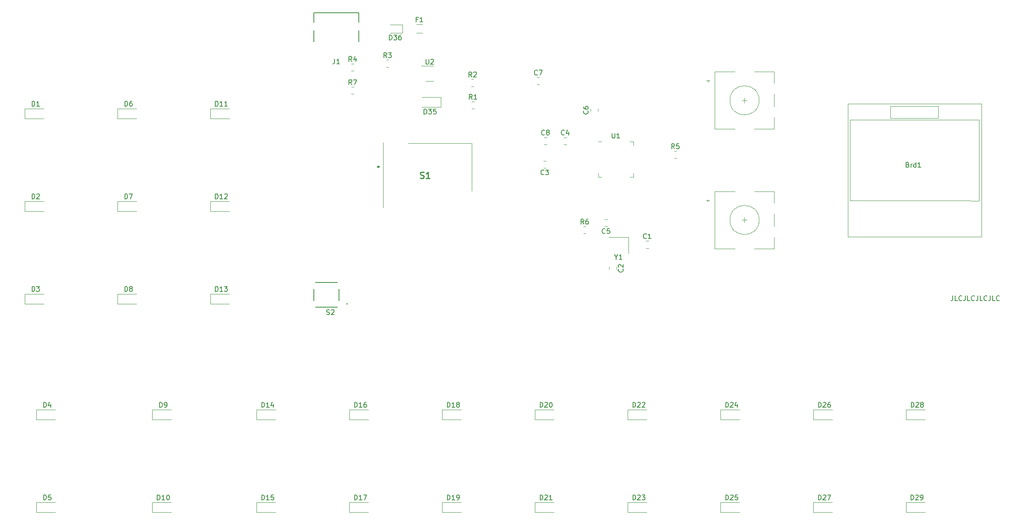
<source format=gbr>
%TF.GenerationSoftware,KiCad,Pcbnew,(6.0.5)*%
%TF.CreationDate,2022-05-16T23:41:31-07:00*%
%TF.ProjectId,3HMouse,33484d6f-7573-4652-9e6b-696361645f70,rev?*%
%TF.SameCoordinates,Original*%
%TF.FileFunction,Legend,Top*%
%TF.FilePolarity,Positive*%
%FSLAX46Y46*%
G04 Gerber Fmt 4.6, Leading zero omitted, Abs format (unit mm)*
G04 Created by KiCad (PCBNEW (6.0.5)) date 2022-05-16 23:41:31*
%MOMM*%
%LPD*%
G01*
G04 APERTURE LIST*
%ADD10C,0.150000*%
%ADD11C,0.254000*%
%ADD12C,0.127000*%
%ADD13C,0.200000*%
%ADD14C,0.120000*%
%ADD15C,0.300000*%
%ADD16C,0.100000*%
G04 APERTURE END LIST*
D10*
X223218952Y-87463380D02*
X223218952Y-88177666D01*
X223171333Y-88320523D01*
X223076095Y-88415761D01*
X222933238Y-88463380D01*
X222838000Y-88463380D01*
X224171333Y-88463380D02*
X223695142Y-88463380D01*
X223695142Y-87463380D01*
X225076095Y-88368142D02*
X225028476Y-88415761D01*
X224885619Y-88463380D01*
X224790380Y-88463380D01*
X224647523Y-88415761D01*
X224552285Y-88320523D01*
X224504666Y-88225285D01*
X224457047Y-88034809D01*
X224457047Y-87891952D01*
X224504666Y-87701476D01*
X224552285Y-87606238D01*
X224647523Y-87511000D01*
X224790380Y-87463380D01*
X224885619Y-87463380D01*
X225028476Y-87511000D01*
X225076095Y-87558619D01*
X225790380Y-87463380D02*
X225790380Y-88177666D01*
X225742761Y-88320523D01*
X225647523Y-88415761D01*
X225504666Y-88463380D01*
X225409428Y-88463380D01*
X226742761Y-88463380D02*
X226266571Y-88463380D01*
X226266571Y-87463380D01*
X227647523Y-88368142D02*
X227599904Y-88415761D01*
X227457047Y-88463380D01*
X227361809Y-88463380D01*
X227218952Y-88415761D01*
X227123714Y-88320523D01*
X227076095Y-88225285D01*
X227028476Y-88034809D01*
X227028476Y-87891952D01*
X227076095Y-87701476D01*
X227123714Y-87606238D01*
X227218952Y-87511000D01*
X227361809Y-87463380D01*
X227457047Y-87463380D01*
X227599904Y-87511000D01*
X227647523Y-87558619D01*
X228361809Y-87463380D02*
X228361809Y-88177666D01*
X228314190Y-88320523D01*
X228218952Y-88415761D01*
X228076095Y-88463380D01*
X227980857Y-88463380D01*
X229314190Y-88463380D02*
X228838000Y-88463380D01*
X228838000Y-87463380D01*
X230218952Y-88368142D02*
X230171333Y-88415761D01*
X230028476Y-88463380D01*
X229933238Y-88463380D01*
X229790380Y-88415761D01*
X229695142Y-88320523D01*
X229647523Y-88225285D01*
X229599904Y-88034809D01*
X229599904Y-87891952D01*
X229647523Y-87701476D01*
X229695142Y-87606238D01*
X229790380Y-87511000D01*
X229933238Y-87463380D01*
X230028476Y-87463380D01*
X230171333Y-87511000D01*
X230218952Y-87558619D01*
X230933238Y-87463380D02*
X230933238Y-88177666D01*
X230885619Y-88320523D01*
X230790380Y-88415761D01*
X230647523Y-88463380D01*
X230552285Y-88463380D01*
X231885619Y-88463380D02*
X231409428Y-88463380D01*
X231409428Y-87463380D01*
X232790380Y-88368142D02*
X232742761Y-88415761D01*
X232599904Y-88463380D01*
X232504666Y-88463380D01*
X232361809Y-88415761D01*
X232266571Y-88320523D01*
X232218952Y-88225285D01*
X232171333Y-88034809D01*
X232171333Y-87891952D01*
X232218952Y-87701476D01*
X232266571Y-87606238D01*
X232361809Y-87511000D01*
X232504666Y-87463380D01*
X232599904Y-87463380D01*
X232742761Y-87511000D01*
X232790380Y-87558619D01*
%TO.C,J1*%
X96313666Y-38732380D02*
X96313666Y-39446666D01*
X96266047Y-39589523D01*
X96170809Y-39684761D01*
X96027952Y-39732380D01*
X95932714Y-39732380D01*
X97313666Y-39732380D02*
X96742238Y-39732380D01*
X97027952Y-39732380D02*
X97027952Y-38732380D01*
X96932714Y-38875238D01*
X96837476Y-38970476D01*
X96742238Y-39018095D01*
%TO.C,S2*%
X94678095Y-91288761D02*
X94820952Y-91336380D01*
X95059047Y-91336380D01*
X95154285Y-91288761D01*
X95201904Y-91241142D01*
X95249523Y-91145904D01*
X95249523Y-91050666D01*
X95201904Y-90955428D01*
X95154285Y-90907809D01*
X95059047Y-90860190D01*
X94868571Y-90812571D01*
X94773333Y-90764952D01*
X94725714Y-90717333D01*
X94678095Y-90622095D01*
X94678095Y-90526857D01*
X94725714Y-90431619D01*
X94773333Y-90384000D01*
X94868571Y-90336380D01*
X95106666Y-90336380D01*
X95249523Y-90384000D01*
X95630476Y-90431619D02*
X95678095Y-90384000D01*
X95773333Y-90336380D01*
X96011428Y-90336380D01*
X96106666Y-90384000D01*
X96154285Y-90431619D01*
X96201904Y-90526857D01*
X96201904Y-90622095D01*
X96154285Y-90764952D01*
X95582857Y-91336380D01*
X96201904Y-91336380D01*
%TO.C,Y1*%
X154125809Y-79476190D02*
X154125809Y-79952380D01*
X153792476Y-78952380D02*
X154125809Y-79476190D01*
X154459142Y-78952380D01*
X155316285Y-79952380D02*
X154744857Y-79952380D01*
X155030571Y-79952380D02*
X155030571Y-78952380D01*
X154935333Y-79095238D01*
X154840095Y-79190476D01*
X154744857Y-79238095D01*
%TO.C,U1*%
X153274095Y-54053380D02*
X153274095Y-54862904D01*
X153321714Y-54958142D01*
X153369333Y-55005761D01*
X153464571Y-55053380D01*
X153655047Y-55053380D01*
X153750285Y-55005761D01*
X153797904Y-54958142D01*
X153845523Y-54862904D01*
X153845523Y-54053380D01*
X154845523Y-55053380D02*
X154274095Y-55053380D01*
X154559809Y-55053380D02*
X154559809Y-54053380D01*
X154464571Y-54196238D01*
X154369333Y-54291476D01*
X154274095Y-54339095D01*
%TO.C,C8*%
X139406333Y-54303142D02*
X139358714Y-54350761D01*
X139215857Y-54398380D01*
X139120619Y-54398380D01*
X138977761Y-54350761D01*
X138882523Y-54255523D01*
X138834904Y-54160285D01*
X138787285Y-53969809D01*
X138787285Y-53826952D01*
X138834904Y-53636476D01*
X138882523Y-53541238D01*
X138977761Y-53446000D01*
X139120619Y-53398380D01*
X139215857Y-53398380D01*
X139358714Y-53446000D01*
X139406333Y-53493619D01*
X139977761Y-53826952D02*
X139882523Y-53779333D01*
X139834904Y-53731714D01*
X139787285Y-53636476D01*
X139787285Y-53588857D01*
X139834904Y-53493619D01*
X139882523Y-53446000D01*
X139977761Y-53398380D01*
X140168238Y-53398380D01*
X140263476Y-53446000D01*
X140311095Y-53493619D01*
X140358714Y-53588857D01*
X140358714Y-53636476D01*
X140311095Y-53731714D01*
X140263476Y-53779333D01*
X140168238Y-53826952D01*
X139977761Y-53826952D01*
X139882523Y-53874571D01*
X139834904Y-53922190D01*
X139787285Y-54017428D01*
X139787285Y-54207904D01*
X139834904Y-54303142D01*
X139882523Y-54350761D01*
X139977761Y-54398380D01*
X140168238Y-54398380D01*
X140263476Y-54350761D01*
X140311095Y-54303142D01*
X140358714Y-54207904D01*
X140358714Y-54017428D01*
X140311095Y-53922190D01*
X140263476Y-53874571D01*
X140168238Y-53826952D01*
%TO.C,C6*%
X148283142Y-49442666D02*
X148330761Y-49490285D01*
X148378380Y-49633142D01*
X148378380Y-49728380D01*
X148330761Y-49871238D01*
X148235523Y-49966476D01*
X148140285Y-50014095D01*
X147949809Y-50061714D01*
X147806952Y-50061714D01*
X147616476Y-50014095D01*
X147521238Y-49966476D01*
X147426000Y-49871238D01*
X147378380Y-49728380D01*
X147378380Y-49633142D01*
X147426000Y-49490285D01*
X147473619Y-49442666D01*
X147378380Y-48585523D02*
X147378380Y-48776000D01*
X147426000Y-48871238D01*
X147473619Y-48918857D01*
X147616476Y-49014095D01*
X147806952Y-49061714D01*
X148187904Y-49061714D01*
X148283142Y-49014095D01*
X148330761Y-48966476D01*
X148378380Y-48871238D01*
X148378380Y-48680761D01*
X148330761Y-48585523D01*
X148283142Y-48537904D01*
X148187904Y-48490285D01*
X147949809Y-48490285D01*
X147854571Y-48537904D01*
X147806952Y-48585523D01*
X147759333Y-48680761D01*
X147759333Y-48871238D01*
X147806952Y-48966476D01*
X147854571Y-49014095D01*
X147949809Y-49061714D01*
%TO.C,D16*%
X100385714Y-110371130D02*
X100385714Y-109371130D01*
X100623809Y-109371130D01*
X100766666Y-109418750D01*
X100861904Y-109513988D01*
X100909523Y-109609226D01*
X100957142Y-109799702D01*
X100957142Y-109942559D01*
X100909523Y-110133035D01*
X100861904Y-110228273D01*
X100766666Y-110323511D01*
X100623809Y-110371130D01*
X100385714Y-110371130D01*
X101909523Y-110371130D02*
X101338095Y-110371130D01*
X101623809Y-110371130D02*
X101623809Y-109371130D01*
X101528571Y-109513988D01*
X101433333Y-109609226D01*
X101338095Y-109656845D01*
X102766666Y-109371130D02*
X102576190Y-109371130D01*
X102480952Y-109418750D01*
X102433333Y-109466369D01*
X102338095Y-109609226D01*
X102290476Y-109799702D01*
X102290476Y-110180654D01*
X102338095Y-110275892D01*
X102385714Y-110323511D01*
X102480952Y-110371130D01*
X102671428Y-110371130D01*
X102766666Y-110323511D01*
X102814285Y-110275892D01*
X102861904Y-110180654D01*
X102861904Y-109942559D01*
X102814285Y-109847321D01*
X102766666Y-109799702D01*
X102671428Y-109752083D01*
X102480952Y-109752083D01*
X102385714Y-109799702D01*
X102338095Y-109847321D01*
X102290476Y-109942559D01*
%TO.C,C4*%
X143470333Y-54303142D02*
X143422714Y-54350761D01*
X143279857Y-54398380D01*
X143184619Y-54398380D01*
X143041761Y-54350761D01*
X142946523Y-54255523D01*
X142898904Y-54160285D01*
X142851285Y-53969809D01*
X142851285Y-53826952D01*
X142898904Y-53636476D01*
X142946523Y-53541238D01*
X143041761Y-53446000D01*
X143184619Y-53398380D01*
X143279857Y-53398380D01*
X143422714Y-53446000D01*
X143470333Y-53493619D01*
X144327476Y-53731714D02*
X144327476Y-54398380D01*
X144089380Y-53350761D02*
X143851285Y-54065047D01*
X144470333Y-54065047D01*
%TO.C,D21*%
X138485714Y-129421130D02*
X138485714Y-128421130D01*
X138723809Y-128421130D01*
X138866666Y-128468750D01*
X138961904Y-128563988D01*
X139009523Y-128659226D01*
X139057142Y-128849702D01*
X139057142Y-128992559D01*
X139009523Y-129183035D01*
X138961904Y-129278273D01*
X138866666Y-129373511D01*
X138723809Y-129421130D01*
X138485714Y-129421130D01*
X139438095Y-128516369D02*
X139485714Y-128468750D01*
X139580952Y-128421130D01*
X139819047Y-128421130D01*
X139914285Y-128468750D01*
X139961904Y-128516369D01*
X140009523Y-128611607D01*
X140009523Y-128706845D01*
X139961904Y-128849702D01*
X139390476Y-129421130D01*
X140009523Y-129421130D01*
X140961904Y-129421130D02*
X140390476Y-129421130D01*
X140676190Y-129421130D02*
X140676190Y-128421130D01*
X140580952Y-128563988D01*
X140485714Y-128659226D01*
X140390476Y-128706845D01*
%TO.C,D6*%
X53236904Y-48458630D02*
X53236904Y-47458630D01*
X53475000Y-47458630D01*
X53617857Y-47506250D01*
X53713095Y-47601488D01*
X53760714Y-47696726D01*
X53808333Y-47887202D01*
X53808333Y-48030059D01*
X53760714Y-48220535D01*
X53713095Y-48315773D01*
X53617857Y-48411011D01*
X53475000Y-48458630D01*
X53236904Y-48458630D01*
X54665476Y-47458630D02*
X54475000Y-47458630D01*
X54379761Y-47506250D01*
X54332142Y-47553869D01*
X54236904Y-47696726D01*
X54189285Y-47887202D01*
X54189285Y-48268154D01*
X54236904Y-48363392D01*
X54284523Y-48411011D01*
X54379761Y-48458630D01*
X54570238Y-48458630D01*
X54665476Y-48411011D01*
X54713095Y-48363392D01*
X54760714Y-48268154D01*
X54760714Y-48030059D01*
X54713095Y-47934821D01*
X54665476Y-47887202D01*
X54570238Y-47839583D01*
X54379761Y-47839583D01*
X54284523Y-47887202D01*
X54236904Y-47934821D01*
X54189285Y-48030059D01*
%TO.C,D19*%
X119435714Y-129421130D02*
X119435714Y-128421130D01*
X119673809Y-128421130D01*
X119816666Y-128468750D01*
X119911904Y-128563988D01*
X119959523Y-128659226D01*
X120007142Y-128849702D01*
X120007142Y-128992559D01*
X119959523Y-129183035D01*
X119911904Y-129278273D01*
X119816666Y-129373511D01*
X119673809Y-129421130D01*
X119435714Y-129421130D01*
X120959523Y-129421130D02*
X120388095Y-129421130D01*
X120673809Y-129421130D02*
X120673809Y-128421130D01*
X120578571Y-128563988D01*
X120483333Y-128659226D01*
X120388095Y-128706845D01*
X121435714Y-129421130D02*
X121626190Y-129421130D01*
X121721428Y-129373511D01*
X121769047Y-129325892D01*
X121864285Y-129183035D01*
X121911904Y-128992559D01*
X121911904Y-128611607D01*
X121864285Y-128516369D01*
X121816666Y-128468750D01*
X121721428Y-128421130D01*
X121530952Y-128421130D01*
X121435714Y-128468750D01*
X121388095Y-128516369D01*
X121340476Y-128611607D01*
X121340476Y-128849702D01*
X121388095Y-128944940D01*
X121435714Y-128992559D01*
X121530952Y-129040178D01*
X121721428Y-129040178D01*
X121816666Y-128992559D01*
X121864285Y-128944940D01*
X121911904Y-128849702D01*
%TO.C,C5*%
X151852333Y-74554142D02*
X151804714Y-74601761D01*
X151661857Y-74649380D01*
X151566619Y-74649380D01*
X151423761Y-74601761D01*
X151328523Y-74506523D01*
X151280904Y-74411285D01*
X151233285Y-74220809D01*
X151233285Y-74077952D01*
X151280904Y-73887476D01*
X151328523Y-73792238D01*
X151423761Y-73697000D01*
X151566619Y-73649380D01*
X151661857Y-73649380D01*
X151804714Y-73697000D01*
X151852333Y-73744619D01*
X152757095Y-73649380D02*
X152280904Y-73649380D01*
X152233285Y-74125571D01*
X152280904Y-74077952D01*
X152376142Y-74030333D01*
X152614238Y-74030333D01*
X152709476Y-74077952D01*
X152757095Y-74125571D01*
X152804714Y-74220809D01*
X152804714Y-74458904D01*
X152757095Y-74554142D01*
X152709476Y-74601761D01*
X152614238Y-74649380D01*
X152376142Y-74649380D01*
X152280904Y-74601761D01*
X152233285Y-74554142D01*
%TO.C,D5*%
X36568154Y-129421130D02*
X36568154Y-128421130D01*
X36806250Y-128421130D01*
X36949107Y-128468750D01*
X37044345Y-128563988D01*
X37091964Y-128659226D01*
X37139583Y-128849702D01*
X37139583Y-128992559D01*
X37091964Y-129183035D01*
X37044345Y-129278273D01*
X36949107Y-129373511D01*
X36806250Y-129421130D01*
X36568154Y-129421130D01*
X38044345Y-128421130D02*
X37568154Y-128421130D01*
X37520535Y-128897321D01*
X37568154Y-128849702D01*
X37663392Y-128802083D01*
X37901488Y-128802083D01*
X37996726Y-128849702D01*
X38044345Y-128897321D01*
X38091964Y-128992559D01*
X38091964Y-129230654D01*
X38044345Y-129325892D01*
X37996726Y-129373511D01*
X37901488Y-129421130D01*
X37663392Y-129421130D01*
X37568154Y-129373511D01*
X37520535Y-129325892D01*
%TO.C,C3*%
X139279333Y-62489142D02*
X139231714Y-62536761D01*
X139088857Y-62584380D01*
X138993619Y-62584380D01*
X138850761Y-62536761D01*
X138755523Y-62441523D01*
X138707904Y-62346285D01*
X138660285Y-62155809D01*
X138660285Y-62012952D01*
X138707904Y-61822476D01*
X138755523Y-61727238D01*
X138850761Y-61632000D01*
X138993619Y-61584380D01*
X139088857Y-61584380D01*
X139231714Y-61632000D01*
X139279333Y-61679619D01*
X139612666Y-61584380D02*
X140231714Y-61584380D01*
X139898380Y-61965333D01*
X140041238Y-61965333D01*
X140136476Y-62012952D01*
X140184095Y-62060571D01*
X140231714Y-62155809D01*
X140231714Y-62393904D01*
X140184095Y-62489142D01*
X140136476Y-62536761D01*
X140041238Y-62584380D01*
X139755523Y-62584380D01*
X139660285Y-62536761D01*
X139612666Y-62489142D01*
%TO.C,D10*%
X59904464Y-129421130D02*
X59904464Y-128421130D01*
X60142559Y-128421130D01*
X60285416Y-128468750D01*
X60380654Y-128563988D01*
X60428273Y-128659226D01*
X60475892Y-128849702D01*
X60475892Y-128992559D01*
X60428273Y-129183035D01*
X60380654Y-129278273D01*
X60285416Y-129373511D01*
X60142559Y-129421130D01*
X59904464Y-129421130D01*
X61428273Y-129421130D02*
X60856845Y-129421130D01*
X61142559Y-129421130D02*
X61142559Y-128421130D01*
X61047321Y-128563988D01*
X60952083Y-128659226D01*
X60856845Y-128706845D01*
X62047321Y-128421130D02*
X62142559Y-128421130D01*
X62237797Y-128468750D01*
X62285416Y-128516369D01*
X62333035Y-128611607D01*
X62380654Y-128802083D01*
X62380654Y-129040178D01*
X62333035Y-129230654D01*
X62285416Y-129325892D01*
X62237797Y-129373511D01*
X62142559Y-129421130D01*
X62047321Y-129421130D01*
X61952083Y-129373511D01*
X61904464Y-129325892D01*
X61856845Y-129230654D01*
X61809226Y-129040178D01*
X61809226Y-128802083D01*
X61856845Y-128611607D01*
X61904464Y-128516369D01*
X61952083Y-128468750D01*
X62047321Y-128421130D01*
%TO.C,D22*%
X157535714Y-110371130D02*
X157535714Y-109371130D01*
X157773809Y-109371130D01*
X157916666Y-109418750D01*
X158011904Y-109513988D01*
X158059523Y-109609226D01*
X158107142Y-109799702D01*
X158107142Y-109942559D01*
X158059523Y-110133035D01*
X158011904Y-110228273D01*
X157916666Y-110323511D01*
X157773809Y-110371130D01*
X157535714Y-110371130D01*
X158488095Y-109466369D02*
X158535714Y-109418750D01*
X158630952Y-109371130D01*
X158869047Y-109371130D01*
X158964285Y-109418750D01*
X159011904Y-109466369D01*
X159059523Y-109561607D01*
X159059523Y-109656845D01*
X159011904Y-109799702D01*
X158440476Y-110371130D01*
X159059523Y-110371130D01*
X159440476Y-109466369D02*
X159488095Y-109418750D01*
X159583333Y-109371130D01*
X159821428Y-109371130D01*
X159916666Y-109418750D01*
X159964285Y-109466369D01*
X160011904Y-109561607D01*
X160011904Y-109656845D01*
X159964285Y-109799702D01*
X159392857Y-110371130D01*
X160011904Y-110371130D01*
%TO.C,R2*%
X124452083Y-42458630D02*
X124118750Y-41982440D01*
X123880654Y-42458630D02*
X123880654Y-41458630D01*
X124261607Y-41458630D01*
X124356845Y-41506250D01*
X124404464Y-41553869D01*
X124452083Y-41649107D01*
X124452083Y-41791964D01*
X124404464Y-41887202D01*
X124356845Y-41934821D01*
X124261607Y-41982440D01*
X123880654Y-41982440D01*
X124833035Y-41553869D02*
X124880654Y-41506250D01*
X124975892Y-41458630D01*
X125213988Y-41458630D01*
X125309226Y-41506250D01*
X125356845Y-41553869D01*
X125404464Y-41649107D01*
X125404464Y-41744345D01*
X125356845Y-41887202D01*
X124785416Y-42458630D01*
X125404464Y-42458630D01*
%TO.C,R4*%
X99845833Y-39283630D02*
X99512500Y-38807440D01*
X99274404Y-39283630D02*
X99274404Y-38283630D01*
X99655357Y-38283630D01*
X99750595Y-38331250D01*
X99798214Y-38378869D01*
X99845833Y-38474107D01*
X99845833Y-38616964D01*
X99798214Y-38712202D01*
X99750595Y-38759821D01*
X99655357Y-38807440D01*
X99274404Y-38807440D01*
X100702976Y-38616964D02*
X100702976Y-39283630D01*
X100464880Y-38236011D02*
X100226785Y-38950297D01*
X100845833Y-38950297D01*
%TO.C,D11*%
X71810714Y-48458630D02*
X71810714Y-47458630D01*
X72048809Y-47458630D01*
X72191666Y-47506250D01*
X72286904Y-47601488D01*
X72334523Y-47696726D01*
X72382142Y-47887202D01*
X72382142Y-48030059D01*
X72334523Y-48220535D01*
X72286904Y-48315773D01*
X72191666Y-48411011D01*
X72048809Y-48458630D01*
X71810714Y-48458630D01*
X73334523Y-48458630D02*
X72763095Y-48458630D01*
X73048809Y-48458630D02*
X73048809Y-47458630D01*
X72953571Y-47601488D01*
X72858333Y-47696726D01*
X72763095Y-47744345D01*
X74286904Y-48458630D02*
X73715476Y-48458630D01*
X74001190Y-48458630D02*
X74001190Y-47458630D01*
X73905952Y-47601488D01*
X73810714Y-47696726D01*
X73715476Y-47744345D01*
%TO.C,F1*%
X113360416Y-30652321D02*
X113027083Y-30652321D01*
X113027083Y-31176130D02*
X113027083Y-30176130D01*
X113503273Y-30176130D01*
X114408035Y-31176130D02*
X113836607Y-31176130D01*
X114122321Y-31176130D02*
X114122321Y-30176130D01*
X114027083Y-30318988D01*
X113931845Y-30414226D01*
X113836607Y-30461845D01*
%TO.C,R1*%
X124547333Y-47062380D02*
X124214000Y-46586190D01*
X123975904Y-47062380D02*
X123975904Y-46062380D01*
X124356857Y-46062380D01*
X124452095Y-46110000D01*
X124499714Y-46157619D01*
X124547333Y-46252857D01*
X124547333Y-46395714D01*
X124499714Y-46490952D01*
X124452095Y-46538571D01*
X124356857Y-46586190D01*
X123975904Y-46586190D01*
X125499714Y-47062380D02*
X124928285Y-47062380D01*
X125214000Y-47062380D02*
X125214000Y-46062380D01*
X125118761Y-46205238D01*
X125023523Y-46300476D01*
X124928285Y-46348095D01*
%TO.C,D8*%
X53236904Y-86558630D02*
X53236904Y-85558630D01*
X53475000Y-85558630D01*
X53617857Y-85606250D01*
X53713095Y-85701488D01*
X53760714Y-85796726D01*
X53808333Y-85987202D01*
X53808333Y-86130059D01*
X53760714Y-86320535D01*
X53713095Y-86415773D01*
X53617857Y-86511011D01*
X53475000Y-86558630D01*
X53236904Y-86558630D01*
X54379761Y-85987202D02*
X54284523Y-85939583D01*
X54236904Y-85891964D01*
X54189285Y-85796726D01*
X54189285Y-85749107D01*
X54236904Y-85653869D01*
X54284523Y-85606250D01*
X54379761Y-85558630D01*
X54570238Y-85558630D01*
X54665476Y-85606250D01*
X54713095Y-85653869D01*
X54760714Y-85749107D01*
X54760714Y-85796726D01*
X54713095Y-85891964D01*
X54665476Y-85939583D01*
X54570238Y-85987202D01*
X54379761Y-85987202D01*
X54284523Y-86034821D01*
X54236904Y-86082440D01*
X54189285Y-86177678D01*
X54189285Y-86368154D01*
X54236904Y-86463392D01*
X54284523Y-86511011D01*
X54379761Y-86558630D01*
X54570238Y-86558630D01*
X54665476Y-86511011D01*
X54713095Y-86463392D01*
X54760714Y-86368154D01*
X54760714Y-86177678D01*
X54713095Y-86082440D01*
X54665476Y-86034821D01*
X54570238Y-85987202D01*
%TO.C,R7*%
X99845833Y-44046130D02*
X99512500Y-43569940D01*
X99274404Y-44046130D02*
X99274404Y-43046130D01*
X99655357Y-43046130D01*
X99750595Y-43093750D01*
X99798214Y-43141369D01*
X99845833Y-43236607D01*
X99845833Y-43379464D01*
X99798214Y-43474702D01*
X99750595Y-43522321D01*
X99655357Y-43569940D01*
X99274404Y-43569940D01*
X100179166Y-43046130D02*
X100845833Y-43046130D01*
X100417261Y-44046130D01*
%TO.C,D20*%
X138485714Y-110371130D02*
X138485714Y-109371130D01*
X138723809Y-109371130D01*
X138866666Y-109418750D01*
X138961904Y-109513988D01*
X139009523Y-109609226D01*
X139057142Y-109799702D01*
X139057142Y-109942559D01*
X139009523Y-110133035D01*
X138961904Y-110228273D01*
X138866666Y-110323511D01*
X138723809Y-110371130D01*
X138485714Y-110371130D01*
X139438095Y-109466369D02*
X139485714Y-109418750D01*
X139580952Y-109371130D01*
X139819047Y-109371130D01*
X139914285Y-109418750D01*
X139961904Y-109466369D01*
X140009523Y-109561607D01*
X140009523Y-109656845D01*
X139961904Y-109799702D01*
X139390476Y-110371130D01*
X140009523Y-110371130D01*
X140628571Y-109371130D02*
X140723809Y-109371130D01*
X140819047Y-109418750D01*
X140866666Y-109466369D01*
X140914285Y-109561607D01*
X140961904Y-109752083D01*
X140961904Y-109990178D01*
X140914285Y-110180654D01*
X140866666Y-110275892D01*
X140819047Y-110323511D01*
X140723809Y-110371130D01*
X140628571Y-110371130D01*
X140533333Y-110323511D01*
X140485714Y-110275892D01*
X140438095Y-110180654D01*
X140390476Y-109990178D01*
X140390476Y-109752083D01*
X140438095Y-109561607D01*
X140485714Y-109466369D01*
X140533333Y-109418750D01*
X140628571Y-109371130D01*
%TO.C,D18*%
X119435714Y-110371130D02*
X119435714Y-109371130D01*
X119673809Y-109371130D01*
X119816666Y-109418750D01*
X119911904Y-109513988D01*
X119959523Y-109609226D01*
X120007142Y-109799702D01*
X120007142Y-109942559D01*
X119959523Y-110133035D01*
X119911904Y-110228273D01*
X119816666Y-110323511D01*
X119673809Y-110371130D01*
X119435714Y-110371130D01*
X120959523Y-110371130D02*
X120388095Y-110371130D01*
X120673809Y-110371130D02*
X120673809Y-109371130D01*
X120578571Y-109513988D01*
X120483333Y-109609226D01*
X120388095Y-109656845D01*
X121530952Y-109799702D02*
X121435714Y-109752083D01*
X121388095Y-109704464D01*
X121340476Y-109609226D01*
X121340476Y-109561607D01*
X121388095Y-109466369D01*
X121435714Y-109418750D01*
X121530952Y-109371130D01*
X121721428Y-109371130D01*
X121816666Y-109418750D01*
X121864285Y-109466369D01*
X121911904Y-109561607D01*
X121911904Y-109609226D01*
X121864285Y-109704464D01*
X121816666Y-109752083D01*
X121721428Y-109799702D01*
X121530952Y-109799702D01*
X121435714Y-109847321D01*
X121388095Y-109894940D01*
X121340476Y-109990178D01*
X121340476Y-110180654D01*
X121388095Y-110275892D01*
X121435714Y-110323511D01*
X121530952Y-110371130D01*
X121721428Y-110371130D01*
X121816666Y-110323511D01*
X121864285Y-110275892D01*
X121911904Y-110180654D01*
X121911904Y-109990178D01*
X121864285Y-109894940D01*
X121816666Y-109847321D01*
X121721428Y-109799702D01*
%TO.C,D17*%
X100385714Y-129421130D02*
X100385714Y-128421130D01*
X100623809Y-128421130D01*
X100766666Y-128468750D01*
X100861904Y-128563988D01*
X100909523Y-128659226D01*
X100957142Y-128849702D01*
X100957142Y-128992559D01*
X100909523Y-129183035D01*
X100861904Y-129278273D01*
X100766666Y-129373511D01*
X100623809Y-129421130D01*
X100385714Y-129421130D01*
X101909523Y-129421130D02*
X101338095Y-129421130D01*
X101623809Y-129421130D02*
X101623809Y-128421130D01*
X101528571Y-128563988D01*
X101433333Y-128659226D01*
X101338095Y-128706845D01*
X102242857Y-128421130D02*
X102909523Y-128421130D01*
X102480952Y-129421130D01*
%TO.C,D28*%
X214685714Y-110371130D02*
X214685714Y-109371130D01*
X214923809Y-109371130D01*
X215066666Y-109418750D01*
X215161904Y-109513988D01*
X215209523Y-109609226D01*
X215257142Y-109799702D01*
X215257142Y-109942559D01*
X215209523Y-110133035D01*
X215161904Y-110228273D01*
X215066666Y-110323511D01*
X214923809Y-110371130D01*
X214685714Y-110371130D01*
X215638095Y-109466369D02*
X215685714Y-109418750D01*
X215780952Y-109371130D01*
X216019047Y-109371130D01*
X216114285Y-109418750D01*
X216161904Y-109466369D01*
X216209523Y-109561607D01*
X216209523Y-109656845D01*
X216161904Y-109799702D01*
X215590476Y-110371130D01*
X216209523Y-110371130D01*
X216780952Y-109799702D02*
X216685714Y-109752083D01*
X216638095Y-109704464D01*
X216590476Y-109609226D01*
X216590476Y-109561607D01*
X216638095Y-109466369D01*
X216685714Y-109418750D01*
X216780952Y-109371130D01*
X216971428Y-109371130D01*
X217066666Y-109418750D01*
X217114285Y-109466369D01*
X217161904Y-109561607D01*
X217161904Y-109609226D01*
X217114285Y-109704464D01*
X217066666Y-109752083D01*
X216971428Y-109799702D01*
X216780952Y-109799702D01*
X216685714Y-109847321D01*
X216638095Y-109894940D01*
X216590476Y-109990178D01*
X216590476Y-110180654D01*
X216638095Y-110275892D01*
X216685714Y-110323511D01*
X216780952Y-110371130D01*
X216971428Y-110371130D01*
X217066666Y-110323511D01*
X217114285Y-110275892D01*
X217161904Y-110180654D01*
X217161904Y-109990178D01*
X217114285Y-109894940D01*
X217066666Y-109847321D01*
X216971428Y-109799702D01*
%TO.C,D25*%
X176585714Y-129421130D02*
X176585714Y-128421130D01*
X176823809Y-128421130D01*
X176966666Y-128468750D01*
X177061904Y-128563988D01*
X177109523Y-128659226D01*
X177157142Y-128849702D01*
X177157142Y-128992559D01*
X177109523Y-129183035D01*
X177061904Y-129278273D01*
X176966666Y-129373511D01*
X176823809Y-129421130D01*
X176585714Y-129421130D01*
X177538095Y-128516369D02*
X177585714Y-128468750D01*
X177680952Y-128421130D01*
X177919047Y-128421130D01*
X178014285Y-128468750D01*
X178061904Y-128516369D01*
X178109523Y-128611607D01*
X178109523Y-128706845D01*
X178061904Y-128849702D01*
X177490476Y-129421130D01*
X178109523Y-129421130D01*
X179014285Y-128421130D02*
X178538095Y-128421130D01*
X178490476Y-128897321D01*
X178538095Y-128849702D01*
X178633333Y-128802083D01*
X178871428Y-128802083D01*
X178966666Y-128849702D01*
X179014285Y-128897321D01*
X179061904Y-128992559D01*
X179061904Y-129230654D01*
X179014285Y-129325892D01*
X178966666Y-129373511D01*
X178871428Y-129421130D01*
X178633333Y-129421130D01*
X178538095Y-129373511D01*
X178490476Y-129325892D01*
%TO.C,D9*%
X60380654Y-110371130D02*
X60380654Y-109371130D01*
X60618750Y-109371130D01*
X60761607Y-109418750D01*
X60856845Y-109513988D01*
X60904464Y-109609226D01*
X60952083Y-109799702D01*
X60952083Y-109942559D01*
X60904464Y-110133035D01*
X60856845Y-110228273D01*
X60761607Y-110323511D01*
X60618750Y-110371130D01*
X60380654Y-110371130D01*
X61428273Y-110371130D02*
X61618750Y-110371130D01*
X61713988Y-110323511D01*
X61761607Y-110275892D01*
X61856845Y-110133035D01*
X61904464Y-109942559D01*
X61904464Y-109561607D01*
X61856845Y-109466369D01*
X61809226Y-109418750D01*
X61713988Y-109371130D01*
X61523511Y-109371130D01*
X61428273Y-109418750D01*
X61380654Y-109466369D01*
X61333035Y-109561607D01*
X61333035Y-109799702D01*
X61380654Y-109894940D01*
X61428273Y-109942559D01*
X61523511Y-109990178D01*
X61713988Y-109990178D01*
X61809226Y-109942559D01*
X61856845Y-109894940D01*
X61904464Y-109799702D01*
%TO.C,D15*%
X81335714Y-129421130D02*
X81335714Y-128421130D01*
X81573809Y-128421130D01*
X81716666Y-128468750D01*
X81811904Y-128563988D01*
X81859523Y-128659226D01*
X81907142Y-128849702D01*
X81907142Y-128992559D01*
X81859523Y-129183035D01*
X81811904Y-129278273D01*
X81716666Y-129373511D01*
X81573809Y-129421130D01*
X81335714Y-129421130D01*
X82859523Y-129421130D02*
X82288095Y-129421130D01*
X82573809Y-129421130D02*
X82573809Y-128421130D01*
X82478571Y-128563988D01*
X82383333Y-128659226D01*
X82288095Y-128706845D01*
X83764285Y-128421130D02*
X83288095Y-128421130D01*
X83240476Y-128897321D01*
X83288095Y-128849702D01*
X83383333Y-128802083D01*
X83621428Y-128802083D01*
X83716666Y-128849702D01*
X83764285Y-128897321D01*
X83811904Y-128992559D01*
X83811904Y-129230654D01*
X83764285Y-129325892D01*
X83716666Y-129373511D01*
X83621428Y-129421130D01*
X83383333Y-129421130D01*
X83288095Y-129373511D01*
X83240476Y-129325892D01*
%TO.C,R6*%
X147470833Y-72716380D02*
X147137500Y-72240190D01*
X146899404Y-72716380D02*
X146899404Y-71716380D01*
X147280357Y-71716380D01*
X147375595Y-71764000D01*
X147423214Y-71811619D01*
X147470833Y-71906857D01*
X147470833Y-72049714D01*
X147423214Y-72144952D01*
X147375595Y-72192571D01*
X147280357Y-72240190D01*
X146899404Y-72240190D01*
X148327976Y-71716380D02*
X148137500Y-71716380D01*
X148042261Y-71764000D01*
X147994642Y-71811619D01*
X147899404Y-71954476D01*
X147851785Y-72144952D01*
X147851785Y-72525904D01*
X147899404Y-72621142D01*
X147947023Y-72668761D01*
X148042261Y-72716380D01*
X148232738Y-72716380D01*
X148327976Y-72668761D01*
X148375595Y-72621142D01*
X148423214Y-72525904D01*
X148423214Y-72287809D01*
X148375595Y-72192571D01*
X148327976Y-72144952D01*
X148232738Y-72097333D01*
X148042261Y-72097333D01*
X147947023Y-72144952D01*
X147899404Y-72192571D01*
X147851785Y-72287809D01*
%TO.C,C7*%
X137945833Y-41984142D02*
X137898214Y-42031761D01*
X137755357Y-42079380D01*
X137660119Y-42079380D01*
X137517261Y-42031761D01*
X137422023Y-41936523D01*
X137374404Y-41841285D01*
X137326785Y-41650809D01*
X137326785Y-41507952D01*
X137374404Y-41317476D01*
X137422023Y-41222238D01*
X137517261Y-41127000D01*
X137660119Y-41079380D01*
X137755357Y-41079380D01*
X137898214Y-41127000D01*
X137945833Y-41174619D01*
X138279166Y-41079380D02*
X138945833Y-41079380D01*
X138517261Y-42079380D01*
%TO.C,D35*%
X114673214Y-50077380D02*
X114673214Y-49077380D01*
X114911309Y-49077380D01*
X115054166Y-49125000D01*
X115149404Y-49220238D01*
X115197023Y-49315476D01*
X115244642Y-49505952D01*
X115244642Y-49648809D01*
X115197023Y-49839285D01*
X115149404Y-49934523D01*
X115054166Y-50029761D01*
X114911309Y-50077380D01*
X114673214Y-50077380D01*
X115577976Y-49077380D02*
X116197023Y-49077380D01*
X115863690Y-49458333D01*
X116006547Y-49458333D01*
X116101785Y-49505952D01*
X116149404Y-49553571D01*
X116197023Y-49648809D01*
X116197023Y-49886904D01*
X116149404Y-49982142D01*
X116101785Y-50029761D01*
X116006547Y-50077380D01*
X115720833Y-50077380D01*
X115625595Y-50029761D01*
X115577976Y-49982142D01*
X117101785Y-49077380D02*
X116625595Y-49077380D01*
X116577976Y-49553571D01*
X116625595Y-49505952D01*
X116720833Y-49458333D01*
X116958928Y-49458333D01*
X117054166Y-49505952D01*
X117101785Y-49553571D01*
X117149404Y-49648809D01*
X117149404Y-49886904D01*
X117101785Y-49982142D01*
X117054166Y-50029761D01*
X116958928Y-50077380D01*
X116720833Y-50077380D01*
X116625595Y-50029761D01*
X116577976Y-49982142D01*
%TO.C,D23*%
X157535714Y-129421130D02*
X157535714Y-128421130D01*
X157773809Y-128421130D01*
X157916666Y-128468750D01*
X158011904Y-128563988D01*
X158059523Y-128659226D01*
X158107142Y-128849702D01*
X158107142Y-128992559D01*
X158059523Y-129183035D01*
X158011904Y-129278273D01*
X157916666Y-129373511D01*
X157773809Y-129421130D01*
X157535714Y-129421130D01*
X158488095Y-128516369D02*
X158535714Y-128468750D01*
X158630952Y-128421130D01*
X158869047Y-128421130D01*
X158964285Y-128468750D01*
X159011904Y-128516369D01*
X159059523Y-128611607D01*
X159059523Y-128706845D01*
X159011904Y-128849702D01*
X158440476Y-129421130D01*
X159059523Y-129421130D01*
X159392857Y-128421130D02*
X160011904Y-128421130D01*
X159678571Y-128802083D01*
X159821428Y-128802083D01*
X159916666Y-128849702D01*
X159964285Y-128897321D01*
X160011904Y-128992559D01*
X160011904Y-129230654D01*
X159964285Y-129325892D01*
X159916666Y-129373511D01*
X159821428Y-129421130D01*
X159535714Y-129421130D01*
X159440476Y-129373511D01*
X159392857Y-129325892D01*
%TO.C,D14*%
X81335714Y-110371130D02*
X81335714Y-109371130D01*
X81573809Y-109371130D01*
X81716666Y-109418750D01*
X81811904Y-109513988D01*
X81859523Y-109609226D01*
X81907142Y-109799702D01*
X81907142Y-109942559D01*
X81859523Y-110133035D01*
X81811904Y-110228273D01*
X81716666Y-110323511D01*
X81573809Y-110371130D01*
X81335714Y-110371130D01*
X82859523Y-110371130D02*
X82288095Y-110371130D01*
X82573809Y-110371130D02*
X82573809Y-109371130D01*
X82478571Y-109513988D01*
X82383333Y-109609226D01*
X82288095Y-109656845D01*
X83716666Y-109704464D02*
X83716666Y-110371130D01*
X83478571Y-109323511D02*
X83240476Y-110037797D01*
X83859523Y-110037797D01*
%TO.C,R3*%
X106989583Y-38489880D02*
X106656250Y-38013690D01*
X106418154Y-38489880D02*
X106418154Y-37489880D01*
X106799107Y-37489880D01*
X106894345Y-37537500D01*
X106941964Y-37585119D01*
X106989583Y-37680357D01*
X106989583Y-37823214D01*
X106941964Y-37918452D01*
X106894345Y-37966071D01*
X106799107Y-38013690D01*
X106418154Y-38013690D01*
X107322916Y-37489880D02*
X107941964Y-37489880D01*
X107608630Y-37870833D01*
X107751488Y-37870833D01*
X107846726Y-37918452D01*
X107894345Y-37966071D01*
X107941964Y-38061309D01*
X107941964Y-38299404D01*
X107894345Y-38394642D01*
X107846726Y-38442261D01*
X107751488Y-38489880D01*
X107465773Y-38489880D01*
X107370535Y-38442261D01*
X107322916Y-38394642D01*
%TO.C,D4*%
X36568154Y-110371130D02*
X36568154Y-109371130D01*
X36806250Y-109371130D01*
X36949107Y-109418750D01*
X37044345Y-109513988D01*
X37091964Y-109609226D01*
X37139583Y-109799702D01*
X37139583Y-109942559D01*
X37091964Y-110133035D01*
X37044345Y-110228273D01*
X36949107Y-110323511D01*
X36806250Y-110371130D01*
X36568154Y-110371130D01*
X37996726Y-109704464D02*
X37996726Y-110371130D01*
X37758630Y-109323511D02*
X37520535Y-110037797D01*
X38139583Y-110037797D01*
D11*
%TO.C,S1*%
X113886630Y-63220297D02*
X114068059Y-63280773D01*
X114370440Y-63280773D01*
X114491392Y-63220297D01*
X114551869Y-63159821D01*
X114612345Y-63038869D01*
X114612345Y-62917916D01*
X114551869Y-62796964D01*
X114491392Y-62736488D01*
X114370440Y-62676011D01*
X114128535Y-62615535D01*
X114007583Y-62555059D01*
X113947107Y-62494583D01*
X113886630Y-62373630D01*
X113886630Y-62252678D01*
X113947107Y-62131726D01*
X114007583Y-62071250D01*
X114128535Y-62010773D01*
X114430916Y-62010773D01*
X114612345Y-62071250D01*
X115821869Y-63280773D02*
X115096154Y-63280773D01*
X115459011Y-63280773D02*
X115459011Y-62010773D01*
X115338059Y-62192202D01*
X115217107Y-62313154D01*
X115096154Y-62373630D01*
D10*
%TO.C,C2*%
X155453142Y-81954666D02*
X155500761Y-82002285D01*
X155548380Y-82145142D01*
X155548380Y-82240380D01*
X155500761Y-82383238D01*
X155405523Y-82478476D01*
X155310285Y-82526095D01*
X155119809Y-82573714D01*
X154976952Y-82573714D01*
X154786476Y-82526095D01*
X154691238Y-82478476D01*
X154596000Y-82383238D01*
X154548380Y-82240380D01*
X154548380Y-82145142D01*
X154596000Y-82002285D01*
X154643619Y-81954666D01*
X154643619Y-81573714D02*
X154596000Y-81526095D01*
X154548380Y-81430857D01*
X154548380Y-81192761D01*
X154596000Y-81097523D01*
X154643619Y-81049904D01*
X154738857Y-81002285D01*
X154834095Y-81002285D01*
X154976952Y-81049904D01*
X155548380Y-81621333D01*
X155548380Y-81002285D01*
%TO.C,D3*%
X34186904Y-86558630D02*
X34186904Y-85558630D01*
X34425000Y-85558630D01*
X34567857Y-85606250D01*
X34663095Y-85701488D01*
X34710714Y-85796726D01*
X34758333Y-85987202D01*
X34758333Y-86130059D01*
X34710714Y-86320535D01*
X34663095Y-86415773D01*
X34567857Y-86511011D01*
X34425000Y-86558630D01*
X34186904Y-86558630D01*
X35091666Y-85558630D02*
X35710714Y-85558630D01*
X35377380Y-85939583D01*
X35520238Y-85939583D01*
X35615476Y-85987202D01*
X35663095Y-86034821D01*
X35710714Y-86130059D01*
X35710714Y-86368154D01*
X35663095Y-86463392D01*
X35615476Y-86511011D01*
X35520238Y-86558630D01*
X35234523Y-86558630D01*
X35139285Y-86511011D01*
X35091666Y-86463392D01*
%TO.C,C1*%
X160327083Y-75607392D02*
X160279464Y-75655011D01*
X160136607Y-75702630D01*
X160041369Y-75702630D01*
X159898511Y-75655011D01*
X159803273Y-75559773D01*
X159755654Y-75464535D01*
X159708035Y-75274059D01*
X159708035Y-75131202D01*
X159755654Y-74940726D01*
X159803273Y-74845488D01*
X159898511Y-74750250D01*
X160041369Y-74702630D01*
X160136607Y-74702630D01*
X160279464Y-74750250D01*
X160327083Y-74797869D01*
X161279464Y-75702630D02*
X160708035Y-75702630D01*
X160993750Y-75702630D02*
X160993750Y-74702630D01*
X160898511Y-74845488D01*
X160803273Y-74940726D01*
X160708035Y-74988345D01*
%TO.C,D29*%
X214623214Y-129421130D02*
X214623214Y-128421130D01*
X214861309Y-128421130D01*
X215004166Y-128468750D01*
X215099404Y-128563988D01*
X215147023Y-128659226D01*
X215194642Y-128849702D01*
X215194642Y-128992559D01*
X215147023Y-129183035D01*
X215099404Y-129278273D01*
X215004166Y-129373511D01*
X214861309Y-129421130D01*
X214623214Y-129421130D01*
X215575595Y-128516369D02*
X215623214Y-128468750D01*
X215718452Y-128421130D01*
X215956547Y-128421130D01*
X216051785Y-128468750D01*
X216099404Y-128516369D01*
X216147023Y-128611607D01*
X216147023Y-128706845D01*
X216099404Y-128849702D01*
X215527976Y-129421130D01*
X216147023Y-129421130D01*
X216623214Y-129421130D02*
X216813690Y-129421130D01*
X216908928Y-129373511D01*
X216956547Y-129325892D01*
X217051785Y-129183035D01*
X217099404Y-128992559D01*
X217099404Y-128611607D01*
X217051785Y-128516369D01*
X217004166Y-128468750D01*
X216908928Y-128421130D01*
X216718452Y-128421130D01*
X216623214Y-128468750D01*
X216575595Y-128516369D01*
X216527976Y-128611607D01*
X216527976Y-128849702D01*
X216575595Y-128944940D01*
X216623214Y-128992559D01*
X216718452Y-129040178D01*
X216908928Y-129040178D01*
X217004166Y-128992559D01*
X217051785Y-128944940D01*
X217099404Y-128849702D01*
%TO.C,D2*%
X34186904Y-67508630D02*
X34186904Y-66508630D01*
X34425000Y-66508630D01*
X34567857Y-66556250D01*
X34663095Y-66651488D01*
X34710714Y-66746726D01*
X34758333Y-66937202D01*
X34758333Y-67080059D01*
X34710714Y-67270535D01*
X34663095Y-67365773D01*
X34567857Y-67461011D01*
X34425000Y-67508630D01*
X34186904Y-67508630D01*
X35139285Y-66603869D02*
X35186904Y-66556250D01*
X35282142Y-66508630D01*
X35520238Y-66508630D01*
X35615476Y-66556250D01*
X35663095Y-66603869D01*
X35710714Y-66699107D01*
X35710714Y-66794345D01*
X35663095Y-66937202D01*
X35091666Y-67508630D01*
X35710714Y-67508630D01*
%TO.C,R5*%
X166076333Y-57222380D02*
X165743000Y-56746190D01*
X165504904Y-57222380D02*
X165504904Y-56222380D01*
X165885857Y-56222380D01*
X165981095Y-56270000D01*
X166028714Y-56317619D01*
X166076333Y-56412857D01*
X166076333Y-56555714D01*
X166028714Y-56650952D01*
X165981095Y-56698571D01*
X165885857Y-56746190D01*
X165504904Y-56746190D01*
X166981095Y-56222380D02*
X166504904Y-56222380D01*
X166457285Y-56698571D01*
X166504904Y-56650952D01*
X166600142Y-56603333D01*
X166838238Y-56603333D01*
X166933476Y-56650952D01*
X166981095Y-56698571D01*
X167028714Y-56793809D01*
X167028714Y-57031904D01*
X166981095Y-57127142D01*
X166933476Y-57174761D01*
X166838238Y-57222380D01*
X166600142Y-57222380D01*
X166504904Y-57174761D01*
X166457285Y-57127142D01*
%TO.C,D24*%
X176585714Y-110371130D02*
X176585714Y-109371130D01*
X176823809Y-109371130D01*
X176966666Y-109418750D01*
X177061904Y-109513988D01*
X177109523Y-109609226D01*
X177157142Y-109799702D01*
X177157142Y-109942559D01*
X177109523Y-110133035D01*
X177061904Y-110228273D01*
X176966666Y-110323511D01*
X176823809Y-110371130D01*
X176585714Y-110371130D01*
X177538095Y-109466369D02*
X177585714Y-109418750D01*
X177680952Y-109371130D01*
X177919047Y-109371130D01*
X178014285Y-109418750D01*
X178061904Y-109466369D01*
X178109523Y-109561607D01*
X178109523Y-109656845D01*
X178061904Y-109799702D01*
X177490476Y-110371130D01*
X178109523Y-110371130D01*
X178966666Y-109704464D02*
X178966666Y-110371130D01*
X178728571Y-109323511D02*
X178490476Y-110037797D01*
X179109523Y-110037797D01*
%TO.C,D27*%
X195635714Y-129421130D02*
X195635714Y-128421130D01*
X195873809Y-128421130D01*
X196016666Y-128468750D01*
X196111904Y-128563988D01*
X196159523Y-128659226D01*
X196207142Y-128849702D01*
X196207142Y-128992559D01*
X196159523Y-129183035D01*
X196111904Y-129278273D01*
X196016666Y-129373511D01*
X195873809Y-129421130D01*
X195635714Y-129421130D01*
X196588095Y-128516369D02*
X196635714Y-128468750D01*
X196730952Y-128421130D01*
X196969047Y-128421130D01*
X197064285Y-128468750D01*
X197111904Y-128516369D01*
X197159523Y-128611607D01*
X197159523Y-128706845D01*
X197111904Y-128849702D01*
X196540476Y-129421130D01*
X197159523Y-129421130D01*
X197492857Y-128421130D02*
X198159523Y-128421130D01*
X197730952Y-129421130D01*
%TO.C,D26*%
X195635714Y-110371130D02*
X195635714Y-109371130D01*
X195873809Y-109371130D01*
X196016666Y-109418750D01*
X196111904Y-109513988D01*
X196159523Y-109609226D01*
X196207142Y-109799702D01*
X196207142Y-109942559D01*
X196159523Y-110133035D01*
X196111904Y-110228273D01*
X196016666Y-110323511D01*
X195873809Y-110371130D01*
X195635714Y-110371130D01*
X196588095Y-109466369D02*
X196635714Y-109418750D01*
X196730952Y-109371130D01*
X196969047Y-109371130D01*
X197064285Y-109418750D01*
X197111904Y-109466369D01*
X197159523Y-109561607D01*
X197159523Y-109656845D01*
X197111904Y-109799702D01*
X196540476Y-110371130D01*
X197159523Y-110371130D01*
X198016666Y-109371130D02*
X197826190Y-109371130D01*
X197730952Y-109418750D01*
X197683333Y-109466369D01*
X197588095Y-109609226D01*
X197540476Y-109799702D01*
X197540476Y-110180654D01*
X197588095Y-110275892D01*
X197635714Y-110323511D01*
X197730952Y-110371130D01*
X197921428Y-110371130D01*
X198016666Y-110323511D01*
X198064285Y-110275892D01*
X198111904Y-110180654D01*
X198111904Y-109942559D01*
X198064285Y-109847321D01*
X198016666Y-109799702D01*
X197921428Y-109752083D01*
X197730952Y-109752083D01*
X197635714Y-109799702D01*
X197588095Y-109847321D01*
X197540476Y-109942559D01*
%TO.C,D13*%
X71810714Y-86558630D02*
X71810714Y-85558630D01*
X72048809Y-85558630D01*
X72191666Y-85606250D01*
X72286904Y-85701488D01*
X72334523Y-85796726D01*
X72382142Y-85987202D01*
X72382142Y-86130059D01*
X72334523Y-86320535D01*
X72286904Y-86415773D01*
X72191666Y-86511011D01*
X72048809Y-86558630D01*
X71810714Y-86558630D01*
X73334523Y-86558630D02*
X72763095Y-86558630D01*
X73048809Y-86558630D02*
X73048809Y-85558630D01*
X72953571Y-85701488D01*
X72858333Y-85796726D01*
X72763095Y-85844345D01*
X73667857Y-85558630D02*
X74286904Y-85558630D01*
X73953571Y-85939583D01*
X74096428Y-85939583D01*
X74191666Y-85987202D01*
X74239285Y-86034821D01*
X74286904Y-86130059D01*
X74286904Y-86368154D01*
X74239285Y-86463392D01*
X74191666Y-86511011D01*
X74096428Y-86558630D01*
X73810714Y-86558630D01*
X73715476Y-86511011D01*
X73667857Y-86463392D01*
%TO.C,U2*%
X115062095Y-38835380D02*
X115062095Y-39644904D01*
X115109714Y-39740142D01*
X115157333Y-39787761D01*
X115252571Y-39835380D01*
X115443047Y-39835380D01*
X115538285Y-39787761D01*
X115585904Y-39740142D01*
X115633523Y-39644904D01*
X115633523Y-38835380D01*
X116062095Y-38930619D02*
X116109714Y-38883000D01*
X116204952Y-38835380D01*
X116443047Y-38835380D01*
X116538285Y-38883000D01*
X116585904Y-38930619D01*
X116633523Y-39025857D01*
X116633523Y-39121095D01*
X116585904Y-39263952D01*
X116014476Y-39835380D01*
X116633523Y-39835380D01*
%TO.C,D36*%
X107529464Y-34846130D02*
X107529464Y-33846130D01*
X107767559Y-33846130D01*
X107910416Y-33893750D01*
X108005654Y-33988988D01*
X108053273Y-34084226D01*
X108100892Y-34274702D01*
X108100892Y-34417559D01*
X108053273Y-34608035D01*
X108005654Y-34703273D01*
X107910416Y-34798511D01*
X107767559Y-34846130D01*
X107529464Y-34846130D01*
X108434226Y-33846130D02*
X109053273Y-33846130D01*
X108719940Y-34227083D01*
X108862797Y-34227083D01*
X108958035Y-34274702D01*
X109005654Y-34322321D01*
X109053273Y-34417559D01*
X109053273Y-34655654D01*
X109005654Y-34750892D01*
X108958035Y-34798511D01*
X108862797Y-34846130D01*
X108577083Y-34846130D01*
X108481845Y-34798511D01*
X108434226Y-34750892D01*
X109910416Y-33846130D02*
X109719940Y-33846130D01*
X109624702Y-33893750D01*
X109577083Y-33941369D01*
X109481845Y-34084226D01*
X109434226Y-34274702D01*
X109434226Y-34655654D01*
X109481845Y-34750892D01*
X109529464Y-34798511D01*
X109624702Y-34846130D01*
X109815178Y-34846130D01*
X109910416Y-34798511D01*
X109958035Y-34750892D01*
X110005654Y-34655654D01*
X110005654Y-34417559D01*
X109958035Y-34322321D01*
X109910416Y-34274702D01*
X109815178Y-34227083D01*
X109624702Y-34227083D01*
X109529464Y-34274702D01*
X109481845Y-34322321D01*
X109434226Y-34417559D01*
%TO.C,D12*%
X71810714Y-67508630D02*
X71810714Y-66508630D01*
X72048809Y-66508630D01*
X72191666Y-66556250D01*
X72286904Y-66651488D01*
X72334523Y-66746726D01*
X72382142Y-66937202D01*
X72382142Y-67080059D01*
X72334523Y-67270535D01*
X72286904Y-67365773D01*
X72191666Y-67461011D01*
X72048809Y-67508630D01*
X71810714Y-67508630D01*
X73334523Y-67508630D02*
X72763095Y-67508630D01*
X73048809Y-67508630D02*
X73048809Y-66508630D01*
X72953571Y-66651488D01*
X72858333Y-66746726D01*
X72763095Y-66794345D01*
X73715476Y-66603869D02*
X73763095Y-66556250D01*
X73858333Y-66508630D01*
X74096428Y-66508630D01*
X74191666Y-66556250D01*
X74239285Y-66603869D01*
X74286904Y-66699107D01*
X74286904Y-66794345D01*
X74239285Y-66937202D01*
X73667857Y-67508630D01*
X74286904Y-67508630D01*
%TO.C,D1*%
X34186904Y-48458630D02*
X34186904Y-47458630D01*
X34425000Y-47458630D01*
X34567857Y-47506250D01*
X34663095Y-47601488D01*
X34710714Y-47696726D01*
X34758333Y-47887202D01*
X34758333Y-48030059D01*
X34710714Y-48220535D01*
X34663095Y-48315773D01*
X34567857Y-48411011D01*
X34425000Y-48458630D01*
X34186904Y-48458630D01*
X35710714Y-48458630D02*
X35139285Y-48458630D01*
X35425000Y-48458630D02*
X35425000Y-47458630D01*
X35329761Y-47601488D01*
X35234523Y-47696726D01*
X35139285Y-47744345D01*
%TO.C,Brd1*%
X213939583Y-60507571D02*
X214082440Y-60555190D01*
X214130059Y-60602809D01*
X214177678Y-60698047D01*
X214177678Y-60840904D01*
X214130059Y-60936142D01*
X214082440Y-60983761D01*
X213987202Y-61031380D01*
X213606250Y-61031380D01*
X213606250Y-60031380D01*
X213939583Y-60031380D01*
X214034821Y-60079000D01*
X214082440Y-60126619D01*
X214130059Y-60221857D01*
X214130059Y-60317095D01*
X214082440Y-60412333D01*
X214034821Y-60459952D01*
X213939583Y-60507571D01*
X213606250Y-60507571D01*
X214606250Y-61031380D02*
X214606250Y-60364714D01*
X214606250Y-60555190D02*
X214653869Y-60459952D01*
X214701488Y-60412333D01*
X214796726Y-60364714D01*
X214891964Y-60364714D01*
X215653869Y-61031380D02*
X215653869Y-60031380D01*
X215653869Y-60983761D02*
X215558630Y-61031380D01*
X215368154Y-61031380D01*
X215272916Y-60983761D01*
X215225297Y-60936142D01*
X215177678Y-60840904D01*
X215177678Y-60555190D01*
X215225297Y-60459952D01*
X215272916Y-60412333D01*
X215368154Y-60364714D01*
X215558630Y-60364714D01*
X215653869Y-60412333D01*
X216653869Y-61031380D02*
X216082440Y-61031380D01*
X216368154Y-61031380D02*
X216368154Y-60031380D01*
X216272916Y-60174238D01*
X216177678Y-60269476D01*
X216082440Y-60317095D01*
%TO.C,D7*%
X53236904Y-67508630D02*
X53236904Y-66508630D01*
X53475000Y-66508630D01*
X53617857Y-66556250D01*
X53713095Y-66651488D01*
X53760714Y-66746726D01*
X53808333Y-66937202D01*
X53808333Y-67080059D01*
X53760714Y-67270535D01*
X53713095Y-67365773D01*
X53617857Y-67461011D01*
X53475000Y-67508630D01*
X53236904Y-67508630D01*
X54141666Y-66508630D02*
X54808333Y-66508630D01*
X54379761Y-67508630D01*
%TO.C,J1*%
X92047000Y-29280000D02*
X101247000Y-29280000D01*
X101247000Y-29280000D02*
X101247000Y-31230000D01*
X101247000Y-32880000D02*
X101247000Y-35180000D01*
X92047000Y-29280000D02*
X92047000Y-31230000D01*
X92047000Y-32880000D02*
X92047000Y-35180000D01*
D12*
%TO.C,S2*%
X92365000Y-84699000D02*
X96865000Y-84699000D01*
X92365000Y-89799000D02*
X96865000Y-89799000D01*
D13*
X98965000Y-89124000D02*
G75*
G03*
X98965000Y-89124000I-100000J0D01*
G01*
D12*
X97165000Y-88429000D02*
X97165000Y-86069000D01*
X92065000Y-86069000D02*
X92065000Y-88429000D01*
D14*
%TO.C,Y1*%
X156602000Y-75400000D02*
X152602000Y-75400000D01*
X156602000Y-78700000D02*
X156602000Y-75400000D01*
%TO.C,U1*%
X157646000Y-55811000D02*
X157646000Y-56536000D01*
X157646000Y-63031000D02*
X157646000Y-62306000D01*
X151151000Y-63031000D02*
X150426000Y-63031000D01*
X156921000Y-55811000D02*
X157646000Y-55811000D01*
X156921000Y-63031000D02*
X157646000Y-63031000D01*
X150426000Y-63031000D02*
X150426000Y-62306000D01*
X151151000Y-55811000D02*
X150426000Y-55811000D01*
%TO.C,C8*%
X139311748Y-56361000D02*
X139834252Y-56361000D01*
X139311748Y-54891000D02*
X139834252Y-54891000D01*
%TO.C,C6*%
X150341000Y-49537252D02*
X150341000Y-49014748D01*
X148871000Y-49537252D02*
X148871000Y-49014748D01*
%TO.C,D16*%
X99350000Y-110918750D02*
X103250000Y-110918750D01*
X99350000Y-110918750D02*
X99350000Y-112918750D01*
X99350000Y-112918750D02*
X103250000Y-112918750D01*
%TO.C,C4*%
X143375748Y-56361000D02*
X143898252Y-56361000D01*
X143375748Y-54891000D02*
X143898252Y-54891000D01*
%TO.C,D21*%
X137450000Y-129968750D02*
X141350000Y-129968750D01*
X137450000Y-131968750D02*
X141350000Y-131968750D01*
X137450000Y-129968750D02*
X137450000Y-131968750D01*
%TO.C,D6*%
X51725000Y-49006250D02*
X51725000Y-51006250D01*
X51725000Y-49006250D02*
X55625000Y-49006250D01*
X51725000Y-51006250D02*
X55625000Y-51006250D01*
%TO.C,D19*%
X118400000Y-129968750D02*
X118400000Y-131968750D01*
X118400000Y-129968750D02*
X122300000Y-129968750D01*
X118400000Y-131968750D02*
X122300000Y-131968750D01*
%TO.C,C5*%
X152280252Y-73252000D02*
X151757748Y-73252000D01*
X152280252Y-71782000D02*
X151757748Y-71782000D01*
%TO.C,D5*%
X35056250Y-131968750D02*
X38956250Y-131968750D01*
X35056250Y-129968750D02*
X38956250Y-129968750D01*
X35056250Y-129968750D02*
X35056250Y-131968750D01*
%TO.C,C3*%
X139707252Y-59717000D02*
X139184748Y-59717000D01*
X139707252Y-61187000D02*
X139184748Y-61187000D01*
%TO.C,D10*%
X58868750Y-129968750D02*
X62768750Y-129968750D01*
X58868750Y-129968750D02*
X58868750Y-131968750D01*
X58868750Y-131968750D02*
X62768750Y-131968750D01*
%TO.C,SW31*%
X183463000Y-47275750D02*
G75*
G03*
X183463000Y-47275750I-3000000J0D01*
G01*
X179963000Y-47275750D02*
X180963000Y-47275750D01*
X186563000Y-53175750D02*
X182463000Y-53175750D01*
X182463000Y-41375750D02*
X186563000Y-41375750D01*
X178463000Y-53175750D02*
X174363000Y-53175750D01*
X173263000Y-43175750D02*
X172963000Y-43475750D01*
X180463000Y-46775750D02*
X180463000Y-47775750D01*
X186563000Y-41375750D02*
X186563000Y-43775750D01*
X172963000Y-43475750D02*
X172663000Y-43175750D01*
X186563000Y-50775750D02*
X186563000Y-53175750D01*
X172663000Y-43175750D02*
X173263000Y-43175750D01*
X186563000Y-45975750D02*
X186563000Y-48575750D01*
X178463000Y-41375750D02*
X174363000Y-41375750D01*
X174363000Y-41375750D02*
X174363000Y-53175750D01*
%TO.C,D22*%
X156500000Y-112918750D02*
X160400000Y-112918750D01*
X156500000Y-110918750D02*
X156500000Y-112918750D01*
X156500000Y-110918750D02*
X160400000Y-110918750D01*
%TO.C,R2*%
X124391686Y-42921250D02*
X124845814Y-42921250D01*
X124391686Y-44391250D02*
X124845814Y-44391250D01*
%TO.C,R4*%
X99785436Y-41216250D02*
X100239564Y-41216250D01*
X99785436Y-39746250D02*
X100239564Y-39746250D01*
%TO.C,D11*%
X70775000Y-49006250D02*
X74675000Y-49006250D01*
X70775000Y-49006250D02*
X70775000Y-51006250D01*
X70775000Y-51006250D02*
X74675000Y-51006250D01*
%TO.C,F1*%
X113091686Y-31633750D02*
X114295814Y-31633750D01*
X113091686Y-33453750D02*
X114295814Y-33453750D01*
%TO.C,R1*%
X124486936Y-47525000D02*
X124941064Y-47525000D01*
X124486936Y-48995000D02*
X124941064Y-48995000D01*
%TO.C,D8*%
X51725000Y-87106250D02*
X55625000Y-87106250D01*
X51725000Y-89106250D02*
X55625000Y-89106250D01*
X51725000Y-87106250D02*
X51725000Y-89106250D01*
%TO.C,R7*%
X99785436Y-45978750D02*
X100239564Y-45978750D01*
X99785436Y-44508750D02*
X100239564Y-44508750D01*
%TO.C,D20*%
X137450000Y-110918750D02*
X141350000Y-110918750D01*
X137450000Y-110918750D02*
X137450000Y-112918750D01*
X137450000Y-112918750D02*
X141350000Y-112918750D01*
%TO.C,D18*%
X118400000Y-112918750D02*
X122300000Y-112918750D01*
X118400000Y-110918750D02*
X122300000Y-110918750D01*
X118400000Y-110918750D02*
X118400000Y-112918750D01*
%TO.C,D17*%
X99350000Y-129968750D02*
X103250000Y-129968750D01*
X99350000Y-131968750D02*
X103250000Y-131968750D01*
X99350000Y-129968750D02*
X99350000Y-131968750D01*
%TO.C,D28*%
X213650000Y-110918750D02*
X213650000Y-112918750D01*
X213650000Y-112918750D02*
X217550000Y-112918750D01*
X213650000Y-110918750D02*
X217550000Y-110918750D01*
%TO.C,D25*%
X175550000Y-131968750D02*
X179450000Y-131968750D01*
X175550000Y-129968750D02*
X179450000Y-129968750D01*
X175550000Y-129968750D02*
X175550000Y-131968750D01*
%TO.C,D9*%
X58868750Y-110918750D02*
X62768750Y-110918750D01*
X58868750Y-112918750D02*
X62768750Y-112918750D01*
X58868750Y-110918750D02*
X58868750Y-112918750D01*
%TO.C,D15*%
X80300000Y-131968750D02*
X84200000Y-131968750D01*
X80300000Y-129968750D02*
X84200000Y-129968750D01*
X80300000Y-129968750D02*
X80300000Y-131968750D01*
%TO.C,R6*%
X147410436Y-74649000D02*
X147864564Y-74649000D01*
X147410436Y-73179000D02*
X147864564Y-73179000D01*
%TO.C,C7*%
X137851248Y-44042000D02*
X138373752Y-44042000D01*
X137851248Y-42572000D02*
X138373752Y-42572000D01*
%TO.C,D35*%
X118137500Y-48625000D02*
X114237500Y-48625000D01*
X118137500Y-46625000D02*
X114237500Y-46625000D01*
X118137500Y-48625000D02*
X118137500Y-46625000D01*
%TO.C,D23*%
X156500000Y-129968750D02*
X160400000Y-129968750D01*
X156500000Y-129968750D02*
X156500000Y-131968750D01*
X156500000Y-131968750D02*
X160400000Y-131968750D01*
%TO.C,D14*%
X80300000Y-110918750D02*
X84200000Y-110918750D01*
X80300000Y-112918750D02*
X84200000Y-112918750D01*
X80300000Y-110918750D02*
X80300000Y-112918750D01*
%TO.C,R3*%
X106929186Y-38952500D02*
X107383314Y-38952500D01*
X106929186Y-40422500D02*
X107383314Y-40422500D01*
%TO.C,D4*%
X35056250Y-112918750D02*
X38956250Y-112918750D01*
X35056250Y-110918750D02*
X38956250Y-110918750D01*
X35056250Y-110918750D02*
X35056250Y-112918750D01*
D15*
%TO.C,S1*%
X105403250Y-60966250D02*
G75*
G03*
X105204250Y-60966250I-99500J0D01*
G01*
X105204250Y-60966250D02*
G75*
G03*
X105403250Y-60966250I99500J0D01*
G01*
X105403250Y-60966250D02*
X105403250Y-60966250D01*
D16*
X106304250Y-69281250D02*
X106304250Y-55966250D01*
X124503250Y-56131250D02*
X111403250Y-56131250D01*
D15*
X105204250Y-60966250D02*
X105204250Y-60966250D01*
D16*
X124503250Y-65966250D02*
X124503250Y-56131250D01*
D14*
%TO.C,C2*%
X154151000Y-81526748D02*
X154151000Y-82049252D01*
X152681000Y-81526748D02*
X152681000Y-82049252D01*
%TO.C,D3*%
X32675000Y-87106250D02*
X36575000Y-87106250D01*
X32675000Y-87106250D02*
X32675000Y-89106250D01*
X32675000Y-89106250D02*
X36575000Y-89106250D01*
%TO.C,C1*%
X160232498Y-76195250D02*
X160755002Y-76195250D01*
X160232498Y-77665250D02*
X160755002Y-77665250D01*
%TO.C,D29*%
X213587500Y-131968750D02*
X217487500Y-131968750D01*
X213587500Y-129968750D02*
X217487500Y-129968750D01*
X213587500Y-129968750D02*
X213587500Y-131968750D01*
%TO.C,D2*%
X32675000Y-68056250D02*
X36575000Y-68056250D01*
X32675000Y-68056250D02*
X32675000Y-70056250D01*
X32675000Y-70056250D02*
X36575000Y-70056250D01*
%TO.C,R5*%
X166015936Y-57685000D02*
X166470064Y-57685000D01*
X166015936Y-59155000D02*
X166470064Y-59155000D01*
%TO.C,SW30*%
X183463000Y-71882000D02*
G75*
G03*
X183463000Y-71882000I-3000000J0D01*
G01*
X186563000Y-77782000D02*
X182463000Y-77782000D01*
X186563000Y-65982000D02*
X186563000Y-68382000D01*
X172663000Y-67782000D02*
X173263000Y-67782000D01*
X173263000Y-67782000D02*
X172963000Y-68082000D01*
X174363000Y-65982000D02*
X174363000Y-77782000D01*
X178463000Y-65982000D02*
X174363000Y-65982000D01*
X179963000Y-71882000D02*
X180963000Y-71882000D01*
X178463000Y-77782000D02*
X174363000Y-77782000D01*
X182463000Y-65982000D02*
X186563000Y-65982000D01*
X172963000Y-68082000D02*
X172663000Y-67782000D01*
X180463000Y-71382000D02*
X180463000Y-72382000D01*
X186563000Y-75382000D02*
X186563000Y-77782000D01*
X186563000Y-70582000D02*
X186563000Y-73182000D01*
%TO.C,D24*%
X175550000Y-112918750D02*
X179450000Y-112918750D01*
X175550000Y-110918750D02*
X179450000Y-110918750D01*
X175550000Y-110918750D02*
X175550000Y-112918750D01*
%TO.C,D27*%
X194600000Y-131968750D02*
X198500000Y-131968750D01*
X194600000Y-129968750D02*
X194600000Y-131968750D01*
X194600000Y-129968750D02*
X198500000Y-129968750D01*
%TO.C,D26*%
X194600000Y-110918750D02*
X194600000Y-112918750D01*
X194600000Y-110918750D02*
X198500000Y-110918750D01*
X194600000Y-112918750D02*
X198500000Y-112918750D01*
%TO.C,D13*%
X70775000Y-89106250D02*
X74675000Y-89106250D01*
X70775000Y-87106250D02*
X74675000Y-87106250D01*
X70775000Y-87106250D02*
X70775000Y-89106250D01*
%TO.C,U2*%
X115824000Y-40223000D02*
X116624000Y-40223000D01*
X115824000Y-43343000D02*
X116624000Y-43343000D01*
X115824000Y-43343000D02*
X115024000Y-43343000D01*
X115824000Y-40223000D02*
X114024000Y-40223000D01*
%TO.C,D36*%
X110243750Y-33393750D02*
X107693750Y-33393750D01*
X110243750Y-33393750D02*
X110243750Y-31693750D01*
X110243750Y-31693750D02*
X107693750Y-31693750D01*
%TO.C,D12*%
X70775000Y-70056250D02*
X74675000Y-70056250D01*
X70775000Y-68056250D02*
X74675000Y-68056250D01*
X70775000Y-68056250D02*
X70775000Y-70056250D01*
%TO.C,D1*%
X32675000Y-49006250D02*
X36575000Y-49006250D01*
X32675000Y-51006250D02*
X36575000Y-51006250D01*
X32675000Y-49006250D02*
X32675000Y-51006250D01*
%TO.C,Brd1*%
X225228250Y-67920000D02*
X202128250Y-67920000D01*
X228568250Y-51308000D02*
X228314250Y-51320000D01*
X229106250Y-48025000D02*
X229106250Y-75325000D01*
X225228250Y-67920000D02*
X228568250Y-67945000D01*
X201706250Y-48025000D02*
X229106250Y-48025000D01*
X202128250Y-51320000D02*
X225228250Y-51320000D01*
X202128250Y-67920000D02*
X202128250Y-51320000D01*
X201706250Y-75325000D02*
X201706250Y-48025000D01*
X220186250Y-48514000D02*
X220186250Y-50927000D01*
X220186250Y-50927000D02*
X210407250Y-50927000D01*
X210407250Y-48514000D02*
X220186250Y-48514000D01*
X210407250Y-48514000D02*
X210407250Y-50927000D01*
X229106250Y-75325000D02*
X201706250Y-75325000D01*
X228568250Y-67945000D02*
X228568250Y-51308000D01*
X225228250Y-51320000D02*
X228314250Y-51320000D01*
%TO.C,D7*%
X51725000Y-68056250D02*
X55625000Y-68056250D01*
X51725000Y-68056250D02*
X51725000Y-70056250D01*
X51725000Y-70056250D02*
X55625000Y-70056250D01*
%TD*%
M02*

</source>
